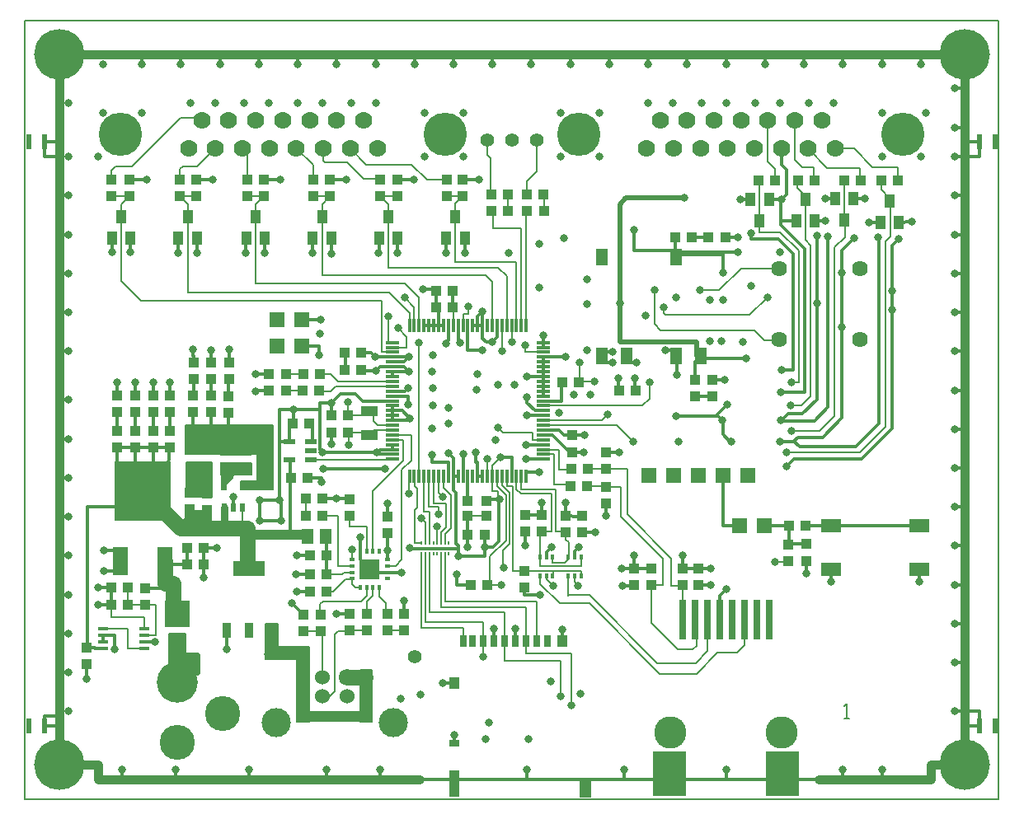
<source format=gbr>
%FSLAX36Y36*%
%MOMM*%
G04 EasyPC Gerber Version 18.0.8 Build 3632 *
%ADD88R,0.25000X0.40000*%
%ADD27R,0.30000X1.47500*%
%ADD92R,0.40000X0.50000*%
%ADD93R,0.40000X0.60000*%
%ADD73R,0.50800X0.96520*%
%ADD107R,0.60000X1.50000*%
%ADD83R,0.70000X1.20000*%
%ADD103R,0.76000X4.18000*%
%ADD80R,0.95000X1.60000*%
%ADD25R,1.00000X1.10000*%
%ADD84R,1.00000X1.20000*%
%ADD106R,1.00000X1.40000*%
%ADD85R,1.00000X2.80000*%
%ADD74R,1.20000X1.80000*%
%ADD96R,1.30000X1.50000*%
%ADD87R,1.30000X1.90000*%
%ADD78R,1.60000X3.00000*%
%ADD76R,2.54000X2.67000*%
%ADD104R,3.42000X4.58000*%
%ADD79R,5.80000X6.20000*%
%ADD97R,1.52400X1.52400*%
%ADD95R,2.10000X2.10000*%
%ADD17C,0.12700*%
%ADD18C,0.15000*%
%ADD141C,0.20830*%
%ADD112C,0.30000*%
%ADD117C,0.50000*%
%ADD22C,0.63500*%
%ADD115C,0.75000*%
%ADD24C,0.81280*%
%ADD113C,0.90000*%
%ADD116C,1.00000*%
%ADD109C,1.39000*%
%ADD111C,1.42240*%
%ADD99C,1.52400*%
%ADD114C,1.60000*%
%ADD29C,1.62400*%
%ADD98C,1.72000*%
%ADD90C,1.77800*%
%ADD100C,3.00000*%
%ADD105C,3.31000*%
%ADD101C,3.60000*%
%ADD102C,4.20000*%
%ADD91C,4.44500*%
%ADD23C,5.20000*%
%ADD28R,1.47500X0.30000*%
%ADD75R,1.11760X0.38100*%
%ADD94R,0.60000X0.40000*%
%ADD89R,3.00000X0.45000*%
%ADD108R,1.16840X0.50800*%
%ADD77R,1.27000X0.76200*%
%ADD86R,1.00000X0.80000*%
%ADD26R,1.10000X1.00000*%
%ADD72R,1.80000X1.00000*%
%ADD110R,2.10000X1.40000*%
%ADD82R,3.20040X1.44780*%
%ADD81R,3.20000X1.60000*%
X0Y0D02*
D02*
D17*
X42104200Y3347700D02*
X142104200D01*
Y83347700*
X42104200*
Y3347700*
X56879200Y20297700D02*
Y17872700D01*
X58554200*
Y20297700*
X56879200*
G36*
Y17872700*
X58554200*
Y20297700*
X56879200*
G37*
X58629200Y38772700D02*
X67504200D01*
Y41672700*
X67295400Y41722700*
X58629200*
Y38772700*
G36*
X67504200*
Y41672700*
X67295400Y41722700*
X58629200*
Y38772700*
G37*
X59004200Y35284200D02*
Y35665200D01*
X59104200Y36004800D02*
Y35623800D01*
Y36690600D02*
Y37071600D01*
X59440700Y34797700D02*
X59821700D01*
X59447100Y36347700D02*
X59828100D01*
X60367700Y34747700D02*
X59986700D01*
X60486700Y36080200D02*
X60217300Y35810800D01*
X60486700Y36565200D02*
X60217300Y36834600D01*
X60804200Y35234200D02*
Y35615200D01*
X60971700Y36080200D02*
X61241100Y35810800D01*
X60971700Y36565200D02*
X61241100Y36834600D01*
X61229200Y32972700D02*
X58606200D01*
Y31822700*
X61229200*
Y32972700*
G36*
X58606200*
Y31822700*
X61229200*
Y32972700*
G37*
X61256200Y37947700D02*
X58633200D01*
Y34360700*
X61256200*
Y37947700*
G36*
X58633200*
Y34360700*
X61256200*
Y37947700*
G37*
X62329200Y37872700D02*
G75*
G02X62329300Y37713500I-8050400J-84700D01*
G01*
Y35658500*
G75*
G02X62331300Y35608500I-624600J-50000*
G01*
Y35160000*
X62754200*
Y35655100*
X63438200Y36374300*
Y36715300*
X63466600Y36624900*
Y36659500*
X65354200*
Y37872700*
X62329200*
G36*
G75*
G02X62329300Y37713500I-8050400J-84700*
G01*
Y35658500*
G75*
G02X62331300Y35608500I-624600J-50000*
G01*
Y35160000*
X62754200*
Y35655100*
X63438200Y36374300*
Y36715300*
X63466600Y36624900*
Y36659500*
X65354200*
Y37872700*
X62329200*
G37*
X64257400Y35972700D02*
Y35172700D01*
X66504200*
X67529200Y35165500*
Y41722700*
X65979200*
Y38147800*
G75*
G02X65991600Y37901300I-595500J-153500*
G01*
Y36518700*
G75*
G02Y36272200I-601700J-123200*
G01*
Y36016500*
X66350400*
G75*
G02X65974800Y35972700I-253700J542800*
G01*
X64257400*
G36*
Y35172700*
X66504200*
X67529200Y35165500*
Y41722700*
X65979200*
Y38147800*
G75*
G02X65991600Y37901300I-595500J-153500*
G01*
Y36518700*
G75*
G02Y36272200I-601700J-123200*
G01*
Y36016500*
X66350400*
G75*
G02X65974800Y35972700I-253700J542800*
G01*
X64257400*
G37*
X66804200Y18947700D02*
Y17747700D01*
X71254200*
Y18947700*
X66804200*
G36*
Y17747700*
X71254200*
Y18947700*
X66804200*
G37*
X66904200Y17747700D02*
X68079200Y17838100D01*
Y21347700*
X66804200*
Y17747700*
X66904200*
G36*
X68079200Y17838100*
Y21347700*
X66804200*
Y17747700*
X66904200*
G37*
X70204200Y11897700D02*
G75*
G02X70267800Y11315600I-1757500J-486500D01*
G01*
X77479200*
Y12322700*
X70204200*
Y11897700*
G36*
G75*
G02X70267800Y11315600I-1757500J-486500*
G01*
X77479200*
Y12322700*
X70204200*
Y11897700*
G37*
X71254200Y18847700D02*
X70054200D01*
Y11297700*
X71254200*
Y18847700*
G36*
X70054200*
Y11297700*
X71254200*
Y18847700*
G37*
X77754200Y11297700D02*
Y16597700D01*
X76554200*
Y11297700*
X77754200*
G36*
Y16597700*
X76554200*
Y11297700*
X77754200*
G37*
D02*
D18*
X50083300Y20797700D02*
X52629200D01*
Y18847700*
X54325100*
X50929200Y23272700D02*
Y22047700D01*
X54325100*
Y20797700*
X51004200Y65247700D02*
X52804200D01*
X51004200Y66947700D02*
Y67947700D01*
X51404200Y68347700*
X53104200*
X58104200Y73347700*
X59971200*
X60271200Y73047700*
X51579200Y37872700D02*
X54189200Y35262700D01*
Y35002700*
X51579200Y43047700D02*
X51554200Y43072700D01*
X52004200Y63197700D02*
Y64447700D01*
X52904200Y65247700*
X52804200*
X52629200Y25047700D02*
Y23272700D01*
X53404200Y36437700D02*
X54189200Y35652700D01*
Y35002700*
X53589200D02*
X54189200D01*
X54429200Y23322700D02*
Y23272700D01*
X52629200*
X54429200Y23322700D02*
X55529200D01*
Y20147700*
X54325100*
X55229200Y39472700D02*
X55254200Y39447700D01*
Y36467700D02*
X54189200Y35402700D01*
Y35002700*
X56904200Y38167700D02*
X54189200Y35452700D01*
Y35002700*
X56929200Y39447700D02*
X56954200Y39472700D01*
X57704200Y22372700D02*
X57404200D01*
Y25022700*
X58004200Y65247700D02*
X59704200D01*
X58004200Y66947700D02*
Y68047700D01*
X58304200Y68347700*
X59801000*
X61656200Y70202900*
X58404200Y31147700D02*
Y32122700D01*
X59004200*
Y33097700*
X58529200Y31147700D02*
X58044200D01*
X58804200Y63197700D02*
Y55347700D01*
X79504200*
X81604200Y53247700*
Y52060700*
X81579200Y52035700*
Y51985700*
X58804200Y63197700D02*
Y64447700D01*
X58004200Y65247700*
X59379200Y44772700D02*
Y45072700D01*
X59429200Y45122700*
Y46472700D02*
X59404200Y46497700D01*
Y46522700*
X59929200Y39247700D02*
X60354200D01*
Y40847700*
X60804200*
X59929200Y39247700D02*
Y39872700D01*
X62004200Y40622700*
X60804200Y31147700D02*
Y33047700D01*
X61179200Y46497700D02*
X61204200Y46522700D01*
X61229200*
X61204200Y41522700D02*
X62554200D01*
Y41622700*
X61204200Y44772700D02*
X61179200D01*
X62551700Y35591100D02*
Y36079200D01*
X63754200Y37281700*
X63004200Y46497700D02*
X63029200Y46522700D01*
X63054200*
X63029200Y44722700D02*
X63004200D01*
X63854200Y40972700D02*
X62529200Y40797700D01*
X64456700Y33254300D02*
Y31370200D01*
X64979200Y30847700*
X64904200Y65247700D02*
X66604200D01*
X64904200Y66947700D02*
Y69724900D01*
X64426200Y70202900*
X64979200Y30847700D02*
X62551700D01*
X65104200Y27047700D02*
Y27172700D01*
X64979200*
X65779200Y63197700D02*
Y64422700D01*
X66604200Y65247700*
X66304200Y40872700D02*
X64979200Y40997700D01*
X65029200*
Y40797700*
X67076200Y39741800D02*
X66679200Y39897700D01*
X67529200Y37032900D02*
X67129200D01*
Y37072700*
X66629200*
X69304200Y30297700D02*
X71079200D01*
X70629200Y45272700D02*
X68879200D01*
X70654200Y20597700D02*
X72454200D01*
X70654200Y46997700D02*
X68879200D01*
X70954200Y34197700D02*
Y32397700D01*
X71079200Y30297700D02*
Y30472700D01*
X71421000Y38197700D02*
Y38222700D01*
X78904200*
X78916200Y38210700*
X79804200*
X79841200Y38247700*
X71421000Y40097700D02*
X71604200D01*
Y41664500D02*
X71254200Y41922700D01*
X71704200Y66947700D02*
Y68464900D01*
X69966200Y70202900*
X72604200Y63197700D02*
Y64447700D01*
X73404200Y65247700*
X72654200Y32397700D02*
X74279200D01*
Y27272700*
X75654200*
X72681200Y13872700D02*
X73379200D01*
X73929200Y14422700*
Y20222700*
X74279200Y20572700*
X75329200*
X75404200Y20647700*
X72681200Y15872700D02*
Y20370700D01*
X72454200Y20597700*
X72736200Y70202900D02*
Y68915700D01*
X72904200Y68747700*
X75204200*
X76904200Y67047700*
X78204200*
X78304200Y66947700*
X78604200*
X72979200Y30297700D02*
X73054200D01*
Y26397700D02*
X74654200D01*
X74854200Y26597700*
X75629200*
X75654200Y26622700*
X73079200Y24672700D02*
X73729200D01*
X75004200Y25947700*
X75629200*
X75654200Y25972700*
X73404200Y65247700D02*
X71704200D01*
X74104200Y34197700D02*
X74054200D01*
X74954200Y49172700D02*
X75004200D01*
Y47447700D02*
X74954200D01*
X75279200Y42772700D02*
Y44097700D01*
Y42772700D02*
X76979200D01*
X77429200Y43222700*
X75304200Y40997700D02*
X77154200D01*
X77429200Y40722700*
X75354200Y39722700D02*
Y40947700D01*
X75304200Y40997700*
X75404200Y20647700D02*
X77154200D01*
X77204200Y20697700*
X75654200Y25972700D02*
Y25397700D01*
X76004200Y25047700*
X76479200*
X76529200Y25097700*
X75654200Y27922700D02*
Y28997700D01*
X77179200Y25097700D02*
Y24197700D01*
X76629200Y23647700*
X72704200*
X72404200Y23347700*
Y22347700*
X72454200Y22297700*
X77179200Y28797700D02*
Y31347700D01*
X75429200*
Y32447700*
X77204200Y22397700D02*
Y23597700D01*
X77829200Y24222700*
Y25097700*
X78479200D02*
Y24147700D01*
X79179200Y23447700*
Y22522700*
X79304200Y22397700*
X78604200Y65247700D02*
X80304200D01*
X79304200Y20697700D02*
X81054200D01*
X79404200Y63197700D02*
Y64447700D01*
X78604200Y65247700*
X79841200Y40247700D02*
X80979200D01*
Y38122700*
X77829200Y34972700*
Y28797700*
X79841200Y40747700D02*
X81804200D01*
Y38147700*
X80804200Y37147700*
Y27922700*
X80179200Y27297700*
X79379200*
X79354200Y27272700*
X79841200Y41247700D02*
X77904200D01*
X77379200Y40722700*
X77429200*
X79841200Y41747700D02*
X78304200D01*
X77879200Y42172700*
Y42772700*
X77429200Y43222700*
X79841200Y45747700D02*
X74029200D01*
X73529200Y45247700*
X72479200*
X72454200Y45272700*
X72329200*
X79841200Y46247700D02*
X74229200D01*
X73454200Y47022700*
X72379200*
X72354200Y46997700*
X79841200Y49247700D02*
X78704200D01*
Y54547700*
X54006000*
X52004200Y56549500*
Y63197700*
X79841200Y50247700D02*
X79454200D01*
Y52947700*
X80354200Y60997700D02*
Y60247700D01*
X80304200*
X80404200Y51747700D02*
Y51722700D01*
X81279200Y50847700*
Y49747700*
X79841200*
X81104200Y54847700D02*
X82079200Y53872700D01*
Y51985700*
X81554200Y34747700D02*
Y36484700D01*
X81579200Y36509700*
X82079200D02*
X82104200D01*
Y35472700*
X82354200Y35222700*
Y33247700*
X82104200Y32997700*
Y29622700*
X82803700*
X82832200Y29651200*
X82079200Y51985700D02*
Y52647700D01*
X82579200Y36509700D02*
X82554200D01*
Y50247700*
X82579200*
Y51985700D02*
Y54872700D01*
X81104200Y56347700*
X65804200*
Y63122700*
X65779200Y63147700*
Y63197700*
X82832200Y28501200D02*
Y20913700D01*
X87117700*
Y19547700*
X83232200Y28501200D02*
Y21502700D01*
X89167700*
Y19547700*
X83232200Y29651200D02*
Y31719700D01*
X82804200Y32147700*
X83232200Y29651200D02*
X83229200D01*
X83579200Y36509700D02*
Y33347700D01*
X84604200*
Y32647700*
X83632200Y28501200D02*
Y22522700D01*
X91367700*
Y19547700*
X83632200Y29651200D02*
Y32847700D01*
X83079200*
Y36509700*
X84054200Y36272700D02*
Y36484700D01*
X84079200Y36509700*
X84432200Y29651200D02*
Y31297700D01*
X84579200Y36509700D02*
Y34822700D01*
X84979200Y34422700*
X84832200Y28501200D02*
Y23047700D01*
X93567700*
Y19547700*
X84832200Y29651200D02*
Y30750700D01*
X85329200Y31247700*
Y33747700*
X84079200*
Y36509700*
X85232200Y28501200D02*
Y23622700D01*
X94667700*
Y19547700*
X85232200Y29651200D02*
Y30547700D01*
X85829200Y31144700*
Y34572700*
X85104200Y35297700*
Y36484700*
X85079200Y36509700*
X85404200Y65247700D02*
X87004200D01*
X85404200Y66947700D02*
X83404200D01*
X81804200Y68547700*
X77161400*
X75506200Y70202900*
X86079200Y51985700D02*
Y53872700D01*
X86054200*
X86304200Y63197700D02*
Y58547700D01*
X92579200*
Y51985700*
X86304200Y63197700D02*
Y64547700D01*
X87004200Y65247700*
X86404200Y26397700D02*
X86429200D01*
X87079200Y51985700D02*
Y53147700D01*
X87604200*
Y53947700*
X87574200Y51985700D02*
X87579200D01*
X89167700Y19547700D02*
Y17972700D01*
X89479200Y32472700D02*
X87579200D01*
X89577800Y71047700D02*
Y69549100D01*
X89904200Y69222700*
Y65547700*
X89979200Y65472700*
X89579200Y36509700D02*
Y38247700D01*
X90079200Y36509700D02*
Y34997700D01*
X90654200*
Y34347700*
X90829200Y34172700*
X90079200Y36509700D02*
Y37622700D01*
X90904200Y38447700*
X90079200Y51985700D02*
Y56497700D01*
X89429200Y57147700*
X72604200*
Y63197700*
X90579200Y36509700D02*
Y35497700D01*
X91504200Y34572700*
Y29922700*
X89829200Y28247700*
Y25597700*
X89579200Y25347700*
X90979200D02*
X89579200D01*
X91079200Y36509700D02*
Y35597700D01*
X91879200Y34797700*
X91079200Y51985700D02*
Y49397700D01*
X91367700Y19547700D02*
Y17572700D01*
X97104200*
Y13922700*
X91579200Y36509700D02*
X91554200D01*
X91579200Y51985700D02*
Y57047700D01*
X90679200Y57947700*
X79404200*
Y63197700*
X91679200Y63722700D02*
Y65472700D01*
X91879200Y34797700D02*
Y29547700D01*
X91204200Y28872700*
Y27147700*
X91229200Y27122700*
X92079200Y51985700D02*
Y50297700D01*
X92579200Y36509700D02*
Y35147700D01*
X93029200Y34697700*
X96204200*
Y30847700*
X95254200*
X95204200Y30797700*
X93079200Y36509700D02*
Y35172700D01*
X96579200*
Y30847700*
X97654200*
Y30747700*
X93079200Y51985700D02*
Y61997700D01*
X90204200*
Y63497700*
X89979200Y63722700*
X93354200Y26747700D02*
X92229200D01*
Y35522700*
X91579200*
Y36509700*
X93354200Y26747700D02*
X96229200D01*
X93567700Y19547700D02*
Y18272700D01*
X98204200*
Y12997700*
X93579200Y51985700D02*
Y63472700D01*
X93679200Y63572700*
Y63722700*
X94657800Y71047700D02*
Y67822700D01*
X93654200Y66819100*
Y65472700*
X95004200Y26272700D02*
X95029200D01*
Y25447700*
X97054200Y23422700*
X100054200*
X107254200Y16222700*
X111054200*
X113229200Y18397700*
X115229200*
X116004200Y19172700*
Y21746200*
X116002700Y21747700*
X95004200Y28172700D02*
Y27297700D01*
X99204200*
Y28172700*
X95204200Y30797700D02*
X95004200D01*
Y28172700*
X95317200Y38747700D02*
X96454200D01*
Y35672700*
X97979200*
X98154200Y35497700*
X95317200Y39247700D02*
X96979200D01*
Y37197700*
X98129200*
X98179200Y37247700*
X95317200Y40247700D02*
X94229200D01*
Y41022700*
X91204200*
X90704200Y41522700*
X95317200Y41747700D02*
X102879200D01*
X104554200Y40072700*
X95317200Y42247700D02*
X101379200D01*
X101954200Y42822700*
X95317200Y49247700D02*
X93504200D01*
Y49947700*
X95379200Y63722700D02*
Y65447700D01*
X95354200Y65472700*
X95654200Y26272700D02*
Y25922700D01*
X96329200Y25247700*
X96229200Y26747700D02*
X99204200D01*
Y26272700*
X96229200Y26747700D02*
X96329200D01*
Y26297700*
X96304200Y26272700*
Y28172700D02*
Y27647700D01*
X97529200*
X97929200Y28047700*
X97904200*
Y28172700*
X97179200Y45722700D02*
X97254200Y45797700D01*
Y46122700*
X97654200Y30747700D02*
Y29997700D01*
X97929200Y29722700*
Y28172700*
X97904200*
Y26272700D02*
Y24247700D01*
X97954200Y24297700*
X100054200*
X107029200Y17322700*
X111004200*
X112204200Y18522700*
Y21642700*
X112192700Y21654200*
Y21747700*
X98254200Y38997700D02*
X98029200D01*
X98554200Y26272700D02*
Y25647700D01*
X98929200Y25272700*
X98954200Y46122700D02*
X99029200D01*
Y48172700*
Y32347700D02*
X99329200Y32472700D01*
X99854200Y35497700D02*
X101729200D01*
X101804200Y35422700*
X99879200Y37247700D02*
X101779200D01*
X101804200Y37222700*
X100554200Y46222700D02*
X99054200D01*
X98954200Y46122700*
X101804200Y35422700D02*
X103254200D01*
Y32372700*
X107604200Y28022700*
Y25297700*
X106479200*
X106429200Y25347700*
X101804200Y37222700D02*
X103929200D01*
Y32572700*
X108479200Y28022700*
Y25272700*
X109554200*
X109629200Y25347700*
X104754200Y45397700D02*
X104804200Y45347700D01*
X106279200Y46122700D02*
Y44497700D01*
X105529200Y43747700*
X95317200*
X106429200Y25347700D02*
Y21397700D01*
X109129200Y18697700*
X110654200*
X111054200Y19097700*
Y21616200*
X110922700Y21747700*
X106729200Y55597700D02*
Y52172700D01*
X107379200Y51522700*
X116979200*
X118029200Y50472700*
X119579200*
Y50597700*
X108699200Y59722700D02*
X108924200Y59497700D01*
Y59047700*
X108879200Y59092700D02*
X108924200Y59047700D01*
X109004200*
Y59547700*
X108924200Y59047700D02*
Y59322700D01*
X109629200Y25347700D02*
Y21771200D01*
X109652700Y21747700*
X110929200Y48312700D02*
X111464200Y48847700D01*
X111229200Y27047700D02*
X111279200Y26997700D01*
X111464200Y48847700D02*
X111104200D01*
X113779200Y35132700D02*
X113764200Y35147700D01*
X117554200Y62747700D02*
Y66922700D01*
X117404200*
X118329200Y54897700D02*
X116529200Y53097700D01*
X107904200*
X107704200Y53297700*
Y53822700*
X119104200Y66922700D02*
Y68072700D01*
X118354200Y68822700*
Y73004700*
X118397200Y73047700*
X119579200Y57847700D02*
X115654200D01*
X113404200Y55597700*
X111454200*
X120304200Y38972700D02*
X127829200D01*
X130429200Y41572700*
Y60597700*
X130979200Y61147700*
Y64797700*
X130879200*
X120504200Y27797700D02*
Y27672700D01*
X119154200*
X120529200Y29522700D02*
X120504200Y29497700D01*
X120529200Y29522700D02*
X120504200Y29497700D01*
X120829200Y41172700D02*
X123704200D01*
X125229200Y42697700*
Y60022700*
X126279200Y61072700*
Y62747700*
X126229200Y62797700*
X120829200Y46147700D02*
X121554200D01*
Y59672700*
X119654200Y61572700*
X117529200*
Y62722700*
X117554200Y62747700*
X121167200Y73047700D02*
Y69034700D01*
X121954200Y68247700*
X123104200*
Y66972700*
X123179200Y66897700*
X122279200Y64947700D02*
X122229200D01*
Y60772700*
X122754200Y60247700*
Y44722700*
X121804200Y43772700*
X120704200*
X122279200Y64947700D02*
Y65247700D01*
X121429200Y66097700*
Y66847700*
X121479200Y66897700*
X122552200Y70202900D02*
X122654200D01*
Y70024700*
X124481200Y68197700*
X127854200*
Y66947700*
X127904200Y66897700*
X125322200Y70202900D02*
X127224000D01*
X129154200Y68272700*
X131754200*
Y66947700*
X131729200Y66922700*
X126229200Y62797700D02*
Y66872700D01*
X126204200Y66897700*
X130879200Y64797700D02*
Y65072700D01*
X130004200Y65947700*
Y66897700*
X130029200Y66922700*
D02*
D22*
X57129200Y18072700D02*
Y16375300D01*
X59804200*
Y18072700*
X57129200*
G36*
Y16375300*
X59804200*
Y18072700*
X57129200*
G37*
D02*
D23*
X45604200Y6847700D03*
Y79847700D03*
X138604200Y6847700D03*
Y79847700D03*
D02*
D24*
X45604200Y10847700D03*
Y14347700D03*
Y18347700D03*
Y22347700D03*
Y26347700D03*
Y30347700D03*
Y34347700D03*
Y38347700D03*
Y42347700D03*
Y47347700D03*
Y51347700D03*
Y55347700D03*
Y59347700D03*
Y63347700D03*
Y67347700D03*
Y70847700D03*
Y76347700D03*
X46604200Y12347700D03*
Y16347700D03*
Y20347700D03*
Y24347700D03*
Y28347700D03*
Y32347700D03*
Y36347700D03*
Y40347700D03*
Y44347700D03*
Y49347700D03*
Y53347700D03*
Y57347700D03*
Y61347700D03*
Y65347700D03*
Y69347700D03*
Y74847700D03*
X48454200Y15697700D03*
X49579200Y23272700D03*
Y25047700D03*
X49604200Y69347700D03*
X50104200Y73847700D03*
Y78847700D03*
X50179200Y26797700D03*
X50204200Y28847700D03*
X51054200Y59547700D03*
X51304200Y18747700D03*
X51554200Y46172700D03*
X52104200Y6347700D03*
Y79847700D03*
X52954200Y59547700D03*
X53404200Y46147700D03*
X54104200Y73847700D03*
Y78847700D03*
X54604200Y66947700D03*
X55104200Y5347700D03*
X55254200Y46147700D03*
X55479200Y19497700D03*
X56104200Y79847700D03*
X56954200Y46147700D03*
X57604200Y6347700D03*
X57804200Y59447700D03*
X58104200Y78847700D03*
X59104200Y36197700D03*
Y74847700D03*
X59154200Y40872700D03*
X59354200Y49522700D03*
X59754200Y59447700D03*
X60104200Y5347700D03*
Y79847700D03*
X60454200Y26122700D03*
X60729200Y36147700D03*
X60804200Y40847700D03*
X61229200Y49497700D03*
X61404200Y66947700D03*
X61604200Y74847700D03*
X61779200Y29122700D03*
X62104200Y78847700D03*
X62529200Y40797700D03*
X62804200Y18747700D03*
X63054200Y49522700D03*
X63504200Y34422700D03*
X64104200Y79847700D03*
X64604200Y74847700D03*
X64804200Y59447700D03*
X65029200Y40797700D03*
X65104200Y6347700D03*
X65779200Y45247700D03*
Y46997700D03*
X66104200Y78847700D03*
X66204200Y31897700D03*
Y34072700D03*
X66629200Y37072700D03*
X66679200Y39897700D03*
X66729200Y59447700D03*
X67104200Y74847700D03*
X68104200Y79847700D03*
X68229200Y34072700D03*
X68304200Y66947700D03*
X68379200Y31897700D03*
X69504200Y23422700D03*
X69654200Y43372700D03*
X69929200Y26397700D03*
X69979200Y24672700D03*
X70029200Y28372700D03*
X70104200Y5347700D03*
Y74847700D03*
Y78847700D03*
X71604200Y59447700D03*
X72104200Y79847700D03*
X72329200Y48922700D03*
X72429200Y51147700D03*
X72454200Y52597700D03*
X72579200Y35947700D03*
X72604200Y74847700D03*
X72679200Y38947700D03*
X72704200Y37297700D03*
X73104200Y6347700D03*
X73554200Y59347700D03*
X73579200Y44072700D03*
X73604200Y39772700D03*
X74054200Y34197700D03*
X74104200Y22347700D03*
Y78847700D03*
X75104200Y66947700D03*
X75279200Y44097700D03*
X75354200Y39722700D03*
X75604200Y74847700D03*
X75654200Y28997700D03*
X76104200Y5347700D03*
Y79847700D03*
X76529200Y30247700D03*
X78054200Y48747700D03*
X78104200Y74847700D03*
Y78847700D03*
X78154200Y47347700D03*
X78254200Y38947700D03*
X78404200Y59447700D03*
X78604200Y6347700D03*
X79079200Y37297700D03*
X79354200Y28847700D03*
Y33747700D03*
X79454200Y52947700D03*
X80104200Y79847700D03*
X80304200Y59447700D03*
X80404200Y51747700D03*
X80704200Y13647700D03*
X80804200Y26622700D03*
X81054200Y23747700D03*
X81104200Y54847700D03*
X81479200Y43847700D03*
Y45597700D03*
X81504200Y47247700D03*
X81529200Y48747700D03*
X81554200Y34747700D03*
X81629200Y29097700D03*
X81654200Y42422700D03*
X82004200Y66947700D03*
X82104200Y78847700D03*
X82579200Y50247700D03*
X82704200Y14047700D03*
X82804200Y32147700D03*
X82979200Y55722700D03*
X83104200Y69347700D03*
Y73847700D03*
X83879200Y38722700D03*
Y41397700D03*
X83929200Y47247700D03*
X83954200Y48922700D03*
X83979200Y43822700D03*
Y45522700D03*
X84104200Y79847700D03*
X84432200Y31297700D03*
X84604200Y32647700D03*
X84979200Y15247700D03*
Y34422700D03*
X85304200Y50172700D03*
X85354200Y59447700D03*
X85554200Y38847700D03*
X85579200Y41897700D03*
Y43547700D03*
X86104200Y78847700D03*
X86204200Y9947700D03*
X86429200Y26397700D03*
X86579200Y28272700D03*
X86754200Y50197700D03*
X87104200Y38822700D03*
Y69347700D03*
Y73847700D03*
X87254200Y59447700D03*
X87579200Y29247700D03*
X87604200Y53947700D03*
X88429200Y38922700D03*
X88504200Y45372700D03*
X88529200Y46997700D03*
X88704200Y66947700D03*
X89029200Y49497700D03*
X89079200Y53447700D03*
X89167700Y17972700D03*
X89279200Y29197700D03*
X89404200Y9472700D03*
X89579200Y38247700D03*
X89729200Y11222700D03*
X90079200Y50322700D03*
X90104200Y78847700D03*
X90279200Y20797700D03*
X90429200Y40222700D03*
X90679200Y45922700D03*
X90704200Y41522700D03*
X90829200Y34172700D03*
X90904200Y38447700D03*
X90979200Y25347700D03*
X91079200Y49397700D03*
X91229200Y27122700D03*
X91804200Y59447700D03*
X92079200Y50297700D03*
X92104200Y79847700D03*
X92404200Y45922700D03*
X92467700Y20797700D03*
X93504200Y29422700D03*
Y49947700D03*
X93579200Y38247700D03*
Y39747700D03*
X93604200Y6347700D03*
X93629200Y44597700D03*
X93654200Y42747700D03*
X93679200Y46747700D03*
X93779200Y9472700D03*
X94104200Y78847700D03*
X94879200Y36922700D03*
X94904200Y55872700D03*
Y60397700D03*
X94979200Y24297700D03*
X95204200Y33822700D03*
X95317200Y50947700D03*
X96129200Y15397700D03*
X96154200Y29222700D03*
X96329200Y25247700D03*
X96954200Y43022700D03*
X97104200Y13922700D03*
Y69347700D03*
Y73847700D03*
X97304200Y20772700D03*
X97454200Y60972700D03*
X97654200Y33822700D03*
Y48747700D03*
X98104200Y78847700D03*
X98204200Y12997700D03*
X98454200Y44872700D03*
X98929200Y25272700D03*
X99004200Y29247700D03*
X99029200Y48172700D03*
X99104200Y14122700D03*
X99504200Y38997700D03*
X99529200Y40697700D03*
X99779200Y54197700D03*
X99804200Y49422700D03*
X99854200Y56747700D03*
X100104200Y79847700D03*
X100154200Y44922700D03*
X100554200Y46222700D03*
X100629200Y30747700D03*
X101104200Y69347700D03*
Y73847700D03*
X101804200Y32397700D03*
X101954200Y42822700D03*
X102104200Y78847700D03*
X102429200Y49322700D03*
X102454200Y48197700D03*
X103079200Y46597700D03*
X103129200Y38922700D03*
X103179200Y54272700D03*
X103354200Y27047700D03*
X103429200Y25272700D03*
X103604200Y6347700D03*
X104104200Y79847700D03*
X104554200Y40072700D03*
X104629200Y61797700D03*
X104679200Y28397700D03*
X104754200Y46572700D03*
X104904200Y48222700D03*
X105829200Y52972700D03*
X106104200Y74847700D03*
Y78847700D03*
X106279200Y46122700D03*
X106729200Y55597700D03*
X107704200Y53822700D03*
X107879200Y49447700D03*
X108104200Y79847700D03*
X108604200Y74847700D03*
X108929200Y42722700D03*
Y54897700D03*
X109054200Y46947700D03*
X109254200Y40072700D03*
X109629200Y28372700D03*
X109829200Y65097700D03*
X110104200Y78847700D03*
X111454200Y55597700D03*
X111604200Y74847700D03*
X112104200Y79847700D03*
X112404200Y50347700D03*
X112429200Y54597700D03*
X112529200Y25347700D03*
Y26997700D03*
X113629200Y50372700D03*
X113729200Y42272700D03*
X113754200Y54597700D03*
Y57397700D03*
X113979200Y46397700D03*
X114104200Y6347700D03*
Y74847700D03*
Y78847700D03*
X114154200Y24897700D03*
X114204200Y43897700D03*
X114654200Y40097700D03*
X115329200Y61047700D03*
X115354200Y59547700D03*
X115554200Y64947700D03*
X115804200Y50322700D03*
X116104200Y79847700D03*
X116154200Y48597700D03*
X116704200Y56047700D03*
Y61472700D03*
X117104200Y74847700D03*
X118104200Y78847700D03*
X118329200Y54897700D03*
X119154200Y27672700D03*
X119604200Y40097700D03*
Y74847700D03*
X119654200Y59522700D03*
X119729200Y42297700D03*
Y45172700D03*
X119804200Y47397700D03*
Y64947700D03*
X120104200Y79847700D03*
X120304200Y37497700D03*
Y38972700D03*
X120704200Y43772700D03*
X120829200Y41172700D03*
Y46147700D03*
X122104200Y78847700D03*
X122304200Y26522700D03*
X122604200Y74847700D03*
X123404200Y61197700D03*
X123429200Y54247700D03*
X123604200Y5347700D03*
X124104200Y79847700D03*
X124254200Y64997700D03*
X124279200Y62747700D03*
X124579200Y61172700D03*
X124854200Y25622700D03*
X125104200Y74847700D03*
X125979200Y51797700D03*
Y57397700D03*
X126104200Y6347700D03*
Y78847700D03*
X127279200Y60997700D03*
X128104200Y5347700D03*
Y79847700D03*
X128354200Y64997700D03*
X128779200Y62597700D03*
X129729200Y61047700D03*
X130104200Y6347700D03*
Y69347700D03*
Y73847700D03*
Y78847700D03*
X131154200Y53622700D03*
Y55547700D03*
X131854200Y60847700D03*
X132104200Y5347700D03*
Y79847700D03*
X133154200Y62622700D03*
X133954200Y25697700D03*
X134104200Y69347700D03*
Y78847700D03*
X134604200Y73847700D03*
X137604200Y12347700D03*
Y17347700D03*
Y21347700D03*
Y25347700D03*
Y29347700D03*
Y33347700D03*
Y37347700D03*
Y41347700D03*
Y45347700D03*
Y49347700D03*
Y53347700D03*
Y57347700D03*
Y61347700D03*
Y65347700D03*
Y69347700D03*
Y72347700D03*
Y76347700D03*
X138604200Y10847700D03*
Y15347700D03*
Y19347700D03*
Y23347700D03*
Y27347700D03*
Y31347700D03*
Y35347700D03*
Y39347700D03*
Y43347700D03*
Y47347700D03*
Y51347700D03*
Y55347700D03*
Y59347700D03*
Y63347700D03*
Y67347700D03*
Y70847700D03*
Y74347700D03*
D02*
D25*
X48454200Y17172700D03*
Y18872700D03*
X51004200Y65247700D03*
Y66947700D03*
X51554200Y43072700D03*
Y44772700D03*
X51579200Y39472700D03*
Y41172700D03*
X52804200Y65247700D03*
Y66947700D03*
X53404200Y39472700D03*
Y41172700D03*
Y43072700D03*
Y44772700D03*
X54429200Y23322700D03*
Y25022700D03*
X55254200Y39447700D03*
Y41147700D03*
Y43072700D03*
Y44772700D03*
X56954200Y39472700D03*
Y41172700D03*
Y43072700D03*
Y44772700D03*
X58004200Y65247700D03*
Y66947700D03*
X59004200Y33097700D03*
Y34797700D03*
X59379200Y43072700D03*
Y44772700D03*
X59404200Y46522700D03*
Y48222700D03*
X59704200Y65247700D03*
Y66947700D03*
X59929200Y37547700D03*
Y39247700D03*
X60804200Y33047700D03*
Y34747700D03*
X61204200Y43072700D03*
Y44772700D03*
X61229200Y46522700D03*
Y48222700D03*
X63029200Y43022700D03*
Y44722700D03*
X63054200Y46522700D03*
Y48222700D03*
X64904200Y65247700D03*
Y66947700D03*
X66604200Y65247700D03*
Y66947700D03*
X70654200Y20597700D03*
Y22297700D03*
X71704200Y65247700D03*
Y66947700D03*
X72454200Y20597700D03*
Y22297700D03*
X73404200Y65247700D03*
Y66947700D03*
X75404200Y20647700D03*
Y22347700D03*
X75429200Y32447700D03*
Y34147700D03*
X77204200Y20697700D03*
Y22397700D03*
X78604200Y65247700D03*
Y66947700D03*
X79304200Y20697700D03*
Y22397700D03*
X79354200Y30672700D03*
Y32372700D03*
X80304200Y65247700D03*
Y66947700D03*
X81054200Y20697700D03*
Y22397700D03*
X85404200Y65247700D03*
Y66947700D03*
X87004200Y65247700D03*
Y66947700D03*
X93354200Y25047700D03*
Y26747700D03*
X93479200Y30797700D03*
Y32497700D03*
X95204200Y30797700D03*
Y32497700D03*
X97654200Y30747700D03*
Y32447700D03*
X98254200Y38997700D03*
Y40697700D03*
X99329200Y30772700D03*
Y32472700D03*
X101804200Y33722700D03*
Y35422700D03*
Y37222700D03*
Y38922700D03*
X104679200Y25347700D03*
Y27047700D03*
X106429200Y25347700D03*
Y27047700D03*
X109629200Y25347700D03*
Y27047700D03*
X110929200Y44697700D03*
Y46397700D03*
X111279200Y25297700D03*
Y26997700D03*
X112654200Y44697700D03*
Y46397700D03*
X120504200Y27797700D03*
Y29497700D03*
X122304200Y27822700D03*
Y29522700D03*
D02*
D26*
X50929200Y23272700D03*
Y25047700D03*
X52629200Y23272700D03*
Y25047700D03*
X58729200Y27422700D03*
Y29122700D03*
X60429200Y27422700D03*
Y29122700D03*
X67179200Y45272700D03*
Y46997700D03*
X68879200Y45272700D03*
Y46997700D03*
X69429200Y36297700D03*
X69554200Y41922700D03*
X70629200Y45272700D03*
X70654200Y46997700D03*
X70954200Y32397700D03*
Y34197700D03*
X71129200Y36297700D03*
X71254200Y41922700D03*
X71354200Y26397700D03*
Y28372700D03*
X71379200Y24672700D03*
X72329200Y45272700D03*
X72354200Y46997700D03*
X72654200Y32397700D03*
Y34197700D03*
X73054200Y26397700D03*
Y28372700D03*
X73079200Y24672700D03*
X73579200Y42772700D03*
X73604200Y40997700D03*
X74954200Y47447700D03*
Y49172700D03*
X75279200Y42772700D03*
X75304200Y40997700D03*
X76654200Y47447700D03*
Y49172700D03*
X84354200Y53872700D03*
Y55572700D03*
X86054200Y53872700D03*
Y55572700D03*
X87579200Y30497700D03*
Y32472700D03*
Y33972700D03*
X87879200Y25347700D03*
X89279200Y30497700D03*
X89479200Y32472700D03*
Y33972700D03*
X89579200Y25347700D03*
X89979200Y63722700D03*
Y65472700D03*
X91679200Y63722700D03*
Y65472700D03*
X93654200D03*
X93679200Y63722700D03*
X95354200Y65472700D03*
X95379200Y63722700D03*
X97254200Y46122700D03*
X98154200Y35497700D03*
X98179200Y37247700D03*
X98954200Y46122700D03*
X99854200Y35497700D03*
X99879200Y37247700D03*
X103104200Y45347700D03*
X104804200D03*
X108879200Y61072700D03*
X110579200D03*
X112304200Y61047700D03*
X114004200D03*
X117404200Y66922700D03*
X119104200D03*
X120529200Y31422700D03*
X121479200Y66897700D03*
X122229200Y31422700D03*
X123179200Y66897700D03*
X126204200D03*
X127904200D03*
X130029200Y66922700D03*
X131729200D03*
D02*
D27*
X81579200Y36509700D03*
Y51985700D03*
X82079200Y36509700D03*
Y51985700D03*
X82579200Y36509700D03*
Y51985700D03*
X83079200Y36509700D03*
Y51985700D03*
X83579200Y36509700D03*
Y51985700D03*
X84079200Y36509700D03*
Y51985700D03*
X84579200Y36509700D03*
Y51985700D03*
X85079200Y36509700D03*
Y51985700D03*
X85579200Y36509700D03*
Y51985700D03*
X86079200Y36509700D03*
Y51985700D03*
X86579200Y36509700D03*
Y51985700D03*
X87079200Y36509700D03*
Y51985700D03*
X87579200Y36509700D03*
Y51985700D03*
X88079200Y36509700D03*
Y51985700D03*
X88579200Y36509700D03*
Y51985700D03*
X89079200Y36509700D03*
Y51985700D03*
X89579200Y36509700D03*
Y51985700D03*
X90079200Y36509700D03*
Y51985700D03*
X90579200Y36509700D03*
Y51985700D03*
X91079200Y36509700D03*
Y51985700D03*
X91579200Y36509700D03*
Y51985700D03*
X92079200Y36509700D03*
Y51985700D03*
X92579200Y36509700D03*
Y51985700D03*
X93079200Y36509700D03*
Y51985700D03*
X93579200Y36509700D03*
Y51985700D03*
D02*
D28*
X79841200Y38247700D03*
Y38747700D03*
Y39247700D03*
Y39747700D03*
Y40247700D03*
Y40747700D03*
Y41247700D03*
Y41747700D03*
Y42247700D03*
Y42747700D03*
Y43247700D03*
Y43747700D03*
Y44247700D03*
Y44747700D03*
Y45247700D03*
Y45747700D03*
Y46247700D03*
Y46747700D03*
Y47247700D03*
Y47747700D03*
Y48247700D03*
Y48747700D03*
Y49247700D03*
Y49747700D03*
Y50247700D03*
X95317200Y38247700D03*
Y38747700D03*
Y39247700D03*
Y39747700D03*
Y40247700D03*
Y40747700D03*
Y41247700D03*
Y41747700D03*
Y42247700D03*
Y42747700D03*
Y43247700D03*
Y43747700D03*
Y44247700D03*
Y44747700D03*
Y45247700D03*
Y45747700D03*
Y46247700D03*
Y46747700D03*
Y47247700D03*
Y47747700D03*
Y48247700D03*
Y48747700D03*
Y49247700D03*
Y49747700D03*
Y50247700D03*
D02*
D29*
X119579200Y50597700D03*
Y57847700D03*
X127829200Y50597700D03*
Y57847700D03*
D02*
D72*
X77429200Y40722700D03*
Y43222700D03*
D02*
D73*
X62551700Y33254300D03*
Y35591100D03*
X63504200Y33254300D03*
X64456700D03*
Y35591100D03*
D02*
D74*
X101304200Y48847700D03*
Y59047700D03*
X103844200Y48847700D03*
X108924200D03*
Y59047700D03*
X111464200Y48847700D03*
D02*
D75*
X50083300Y18847700D03*
Y19497700D03*
Y20147700D03*
Y20797700D03*
X54325100Y18847700D03*
Y19497700D03*
Y20147700D03*
Y20797700D03*
D02*
D76*
X57704200Y22372700D03*
D02*
D77*
Y20021700D03*
D02*
D78*
X51904200Y27822700D03*
X56474200D03*
D02*
D79*
X54189200Y35002700D03*
D02*
D80*
X62804200Y20647700D03*
X65104200D03*
X67404200D03*
D02*
D81*
X65104200Y27047700D03*
D02*
D82*
X63754200Y37281700D03*
Y39313700D03*
D02*
D83*
X87117700Y19547700D03*
X88067700D03*
X89167700D03*
X90267700D03*
X91367700D03*
X92467700D03*
X93567700D03*
X94667700D03*
X95767700D03*
D02*
D84*
X86167700Y15247700D03*
X97317700Y19547700D03*
D02*
D85*
X86167700Y4897700D03*
D02*
D86*
Y9047700D03*
D02*
D87*
X99667700Y4447700D03*
D02*
D88*
X82832200Y28501200D03*
Y29651200D03*
X83232200Y28501200D03*
Y29651200D03*
X83632200Y28501200D03*
Y29651200D03*
X84032200Y28501200D03*
Y29651200D03*
X84432200Y28501200D03*
Y29651200D03*
X84832200Y28501200D03*
Y29651200D03*
X85232200Y28501200D03*
Y29651200D03*
X85632200Y28501200D03*
Y29651200D03*
D02*
D89*
X84232200Y29076200D03*
D02*
D90*
X58886200Y70202900D03*
X60271200Y73047700D03*
X61656200Y70202900D03*
X63001000Y73047700D03*
X64426200Y70202900D03*
X65811200Y73047700D03*
X67196200Y70202900D03*
X68581200Y73047700D03*
X69966200Y70202900D03*
X71351200Y73047700D03*
X72736200Y70202900D03*
X74121200Y73047700D03*
X75506200Y70202900D03*
X76891200Y73047700D03*
X78276200Y70202900D03*
X105932200D03*
X107317200Y73047700D03*
X108702200Y70202900D03*
X110047000Y73047700D03*
X111472200Y70202900D03*
X112857200Y73047700D03*
X114242200Y70202900D03*
X115627200Y73047700D03*
X117012200Y70202900D03*
X118397200Y73047700D03*
X119782200Y70202900D03*
X121167200Y73047700D03*
X122552200Y70202900D03*
X123937200Y73047700D03*
X125322200Y70202900D03*
D02*
D91*
X51931200Y71625300D03*
X85231200D03*
X98977200D03*
X132277200D03*
D02*
D92*
X95004200Y26272700D03*
Y28172700D03*
X95654200Y26272700D03*
Y28172700D03*
X96304200Y26272700D03*
Y28172700D03*
X97904200Y26272700D03*
Y28172700D03*
X98554200Y26272700D03*
Y28172700D03*
X99204200Y26272700D03*
Y28172700D03*
D02*
D93*
X76529200Y25097700D03*
Y28797700D03*
X77179200Y25097700D03*
Y28797700D03*
X77829200Y25097700D03*
Y28797700D03*
X78479200Y25097700D03*
Y28797700D03*
D02*
D94*
X75654200Y25972700D03*
Y26622700D03*
Y27272700D03*
Y27922700D03*
X79354200Y25972700D03*
Y26622700D03*
Y27272700D03*
Y27922700D03*
D02*
D95*
X77504200Y26947700D03*
D02*
D96*
X71079200Y30297700D03*
X72979200D03*
D02*
D97*
X67954200Y49872700D03*
Y52547700D03*
X70494200Y49872700D03*
Y52547700D03*
X106144200Y36572700D03*
X108684200D03*
X111224200D03*
X113764200D03*
X115479200Y31422700D03*
X116304200Y36572700D03*
X118019200Y31422700D03*
D02*
D98*
X75181200Y15872700D03*
D02*
D99*
X72681200Y13872700D03*
Y15872700D03*
X75181200Y13872700D03*
D02*
D100*
X67911200Y11162700D03*
X79951200D03*
D02*
D101*
X57732600Y9122700D03*
X62432600Y12122700D03*
D02*
D102*
X57732600Y15322700D03*
D02*
D103*
X109652700Y21747700D03*
X110922700D03*
X112192700D03*
X113462700D03*
X114732700D03*
X116002700D03*
X117272700D03*
X118542700D03*
D02*
D104*
X108307700Y5897700D03*
X119887700D03*
D02*
D105*
X108382700Y10137700D03*
X119812700D03*
D02*
D106*
X51054200Y60997700D03*
X52004200Y63197700D03*
X52954200Y60997700D03*
X57854200D03*
X58804200Y63197700D03*
X59754200Y60997700D03*
X64829200D03*
X65779200Y63197700D03*
X66729200Y60997700D03*
X71654200D03*
X72604200Y63197700D03*
X73554200Y60997700D03*
X78454200D03*
X79404200Y63197700D03*
X80354200Y60997700D03*
X85354200D03*
X86304200Y63197700D03*
X87254200Y60997700D03*
X116604200Y64947700D03*
X117554200Y62747700D03*
X118504200Y64947700D03*
X121329200Y62747700D03*
X122279200Y64947700D03*
X123229200Y62747700D03*
X125279200Y64997700D03*
X126229200Y62797700D03*
X127179200Y64997700D03*
X129929200Y62597700D03*
X130879200Y64797700D03*
X131829200Y62597700D03*
D02*
D107*
X42513200Y10847700D03*
Y70847700D03*
X44113200Y10847700D03*
Y70847700D03*
X140107400Y10847700D03*
X140113600Y70847700D03*
X141707400Y10847700D03*
X141713600Y70847700D03*
D02*
D108*
X69287400Y38197700D03*
Y40097700D03*
X71421000Y38197700D03*
Y39147700D03*
Y40097700D03*
D02*
D109*
X89577800Y71047700D03*
X92117800D03*
X94657800D03*
D02*
D110*
X124854200Y26922700D03*
Y31422700D03*
X133954200Y26922700D03*
Y31422700D03*
D02*
D111*
X82104200Y17947700D03*
D02*
D112*
X44113200Y10847700D02*
X45604200D01*
X44113200Y70847700D02*
Y69347700D01*
X45604200*
X44113200Y70847700D02*
X45604200D01*
Y11847700D02*
X44104200D01*
X44113200Y10847700*
X45604200Y16347700D02*
X46604200D01*
X45604200Y20347700D02*
X46604200D01*
X45604200Y24347700D02*
X46604200D01*
X45604200Y28347700D02*
X46604200D01*
X45604200Y32347700D02*
X46604200D01*
X45604200Y36347700D02*
X46604200D01*
X45604200Y40347700D02*
X46604200D01*
X45604200Y44347700D02*
X46604200D01*
X45604200Y49347700D02*
X46604200D01*
X45604200Y53347700D02*
X46604200D01*
X45604200Y57347700D02*
X46604200D01*
X45604200Y61347700D02*
X46604200D01*
X45604200Y65347700D02*
X46604200D01*
X48454200Y17172700D02*
Y15697700D01*
Y18872700D02*
X49279200D01*
Y18847700*
X50083300*
Y20147700D02*
X51329200D01*
Y18747700*
X51304200*
X50083300Y20147700D02*
Y19497700D01*
X50929200Y23272700D02*
X49579200D01*
X50929200Y25047700D02*
X49579200D01*
X50929200D02*
Y23272700D01*
X51054200Y60997700D02*
Y59547700D01*
X51554200Y44772700D02*
Y46172700D01*
X51579200Y39472700D02*
X53404200D01*
X51579200D02*
Y37872700D01*
Y41172700D02*
Y43047700D01*
X51904200Y27822700D02*
Y28847700D01*
X50204200*
X51904200Y27822700D02*
X51629200D01*
Y26797700*
X50179200*
X52104200Y5347700D02*
Y6347700D01*
X52804200Y66947700D02*
X54604200D01*
X52954200Y60997700D02*
Y59547700D01*
X53404200Y39472700D02*
X55229200D01*
X53404200D02*
Y36437700D01*
Y41172700D02*
Y43072700D01*
Y44772700D02*
Y46147700D01*
X54104200Y79847700D02*
Y78847700D01*
X54189200Y35002700D02*
Y33347700D01*
X48479200*
Y18872700*
X48454200*
X54325100Y19497700D02*
X55479200D01*
X55254200Y39447700D02*
X56929200D01*
X55254200D02*
Y36467700D01*
Y41147700D02*
Y43072700D01*
Y44772700D02*
Y46147700D01*
X56954200Y39472700D02*
X56904200D01*
Y38167700*
X56954200Y41172700D02*
Y43072700D01*
Y44772700D02*
Y46147700D01*
X57404200Y25022700D02*
X54429200D01*
X57604200Y5347700D02*
Y6347700D01*
X57854200Y60997700D02*
Y59497700D01*
X57804200Y59447700*
X58104200Y79847700D02*
Y78847700D01*
X58729200Y27422700D02*
Y29122700D01*
Y27422700D02*
X56874200D01*
X56474200Y27822700*
X59004200Y34797700D02*
Y35572700D01*
X59104200*
Y36197700*
X59379200Y43072700D02*
Y41597700D01*
X60779200*
X59404200Y48222700D02*
Y48872700D01*
X59354200*
Y49522700*
X59429200Y45122700D02*
Y46472700D01*
X59704200Y66947700D02*
X61404200D01*
X59754200Y60997700D02*
Y59447700D01*
X59929200Y37547700D02*
X59854200D01*
Y37422700*
X59929200Y39247700D02*
X59154200Y40872700D01*
X60429200Y27422700D02*
Y29122700D01*
Y27422700D02*
X60454200D01*
Y26122700*
X60429200Y29122700D02*
X61779200D01*
X60804200Y34747700D02*
Y35547700D01*
X60729200*
Y36147700*
X61179200Y44772700D02*
Y46497700D01*
X61204200Y43072700D02*
Y41522700D01*
X61229200Y48222700D02*
Y49497700D01*
X62104200Y79847700D02*
Y78847700D01*
X62804200Y20647700D02*
Y18747700D01*
X63004200Y44722700D02*
Y46497700D01*
X63029200Y43022700D02*
Y41422700D01*
X64429200*
Y41597700*
X63054200Y48222700D02*
Y49522700D01*
X63504200Y33254300D02*
Y34422700D01*
X64804200Y59447700D02*
Y60972700D01*
X64829200Y60997700*
X65104200Y5347700D02*
Y6347700D01*
X66104200Y79847700D02*
Y78847700D01*
X66204200Y31897700D02*
X68379200D01*
X66204200Y34072700D02*
Y31897700D01*
X66604200Y66947700D02*
X68304200D01*
X66729200Y60997700D02*
Y59447700D01*
X67179200Y45272700D02*
X65779200D01*
Y45247700*
X67179200Y46997700D02*
X65779200D01*
X68229200Y34072700D02*
X66204200D01*
X68254200Y40072700D02*
Y33997700D01*
X68229200*
Y34072700*
X68254200Y40072700D02*
X69262400D01*
X69287400Y40097700*
X68379200Y31897700D02*
Y33922700D01*
X68229200Y34072700*
X69287400Y40097700D02*
Y41655900D01*
X69554200Y41922700*
X69404200Y18247700D02*
Y18847700D01*
X67179200*
Y17897700*
X66854200*
Y18247700*
X66804200*
X69429200Y36297700D02*
X69304200D01*
Y30297700*
X69429200Y36297700D02*
X69354200D01*
Y38197700*
X69287400*
X69554200Y41922700D02*
X69679200D01*
Y43372700*
X69654200*
X72429200*
X69654200D02*
X68254200D01*
Y40072700*
X70104200Y79847700D02*
Y78847700D01*
X70494200Y49872700D02*
X72304200D01*
Y48922700*
X72329200*
X70494200Y52547700D02*
Y52572700D01*
X72454200*
Y52597700*
X70654200Y22297700D02*
X69504200Y23422700D01*
X71129200Y36297700D02*
X72579200D01*
Y35947700*
X71354200Y26397700D02*
X69929200D01*
X71354200Y28372700D02*
X70029200D01*
X71379200Y24672700D02*
X69979200D01*
X71604200Y40097700D02*
Y41664500D01*
X71654200Y60997700D02*
X71604200D01*
Y59447700*
X72429200Y43372700D02*
Y39247700D01*
X72679200Y38997700*
Y38947700*
X72654200Y34197700D02*
X74054200D01*
X72704200Y37297700D02*
X79079200D01*
X73054200Y28372700D02*
Y26397700D01*
Y30297700D02*
Y28372700D01*
X73104200Y5347700D02*
Y6347700D01*
X73404200Y66947700D02*
X75104200D01*
X73554200Y60997700D02*
Y59347700D01*
X73579200Y42772700D02*
Y44072700D01*
X72429200*
Y43372700*
X73604200Y40997700D02*
Y39772700D01*
X74104200Y79847700D02*
Y78847700D01*
X75004200Y49172700D02*
Y47447700D01*
X75206200Y15847700D02*
X75181200Y15872700D01*
X75404200Y22347700D02*
X74104200D01*
X75429200Y34147700D02*
Y34197700D01*
X74104200*
X76529200Y28797700D02*
Y30247700D01*
Y28797700D02*
Y27922700D01*
X77504200Y26947700*
X76654200Y49172700D02*
X77629200D01*
X78054200Y48747700*
X78104200Y79847700D02*
Y78847700D01*
X78154200Y47347700D02*
X76754200D01*
X76654200Y47447700*
X78254200Y38947700D02*
X72679200D01*
X78454200Y60997700D02*
Y59497700D01*
X78404200Y59447700*
X78604200Y5347700D02*
Y6347700D01*
X79354200Y26622700D02*
X80804200D01*
X79354200D02*
X77829200D01*
X77504200Y26947700*
X79354200Y27922700D02*
Y28847700D01*
Y30672700D02*
Y28847700D01*
Y32372700D02*
Y33747700D01*
X79841200Y38747700D02*
X78454200D01*
X78254200Y38947700*
X79841200Y39247700D02*
X78554200D01*
X78254200Y38947700*
X79841200Y39747700D02*
Y39247700D01*
Y42247700D02*
Y42747700D01*
Y42247700D02*
X81479200D01*
X81654200Y42422700*
X79841200Y42747700D02*
Y43247700D01*
X80829200*
X81654200Y42422700*
X79841200Y43747700D02*
Y43247700D01*
Y44247700D02*
X76804200D01*
X76054200Y44997700*
X74504200*
X73579200Y44072700*
X79841200Y44747700D02*
X81479200D01*
Y43847700*
X79841200Y45247700D02*
X81129200D01*
X81479200Y45597700*
X79841200Y46747700D02*
Y47247700D01*
X81504200*
X79841200Y47747700D02*
X78554200D01*
X78154200Y47347700*
X79841200Y47747700D02*
X81004200D01*
X81504200Y47247700*
X79841200Y48247700D02*
X81029200D01*
X81529200Y48747700*
X79841200D02*
X78054200D01*
X79841200D02*
X81529200D01*
X80304200Y60247700D02*
Y59447700D01*
Y66947700D02*
X82004200D01*
X81054200Y22397700D02*
Y23747700D01*
X82104200Y79847700D02*
Y78847700D01*
X83079200Y51985700D02*
X83579200D01*
X84079200*
X84579200*
X84232200Y29076200D02*
X86579200D01*
X84232200D02*
X85775700D01*
X84232200D02*
X81650700D01*
X81629200Y29097700*
X84354200Y53872700D02*
Y55572700D01*
Y55722700*
X82979200*
X84579200Y51985700D02*
Y53647700D01*
X84354200Y53872700*
X84579200Y51985700D02*
X85079200D01*
X85354200Y60997700D02*
Y59447700D01*
X85579200Y36509700D02*
Y37947700D01*
X83879200*
Y38722700*
X85579200Y36509700D02*
Y37072700D01*
Y51985700D02*
Y50447700D01*
X85304200Y50172700*
X86054200Y55572700D02*
Y53872700D01*
X86079200Y36509700D02*
Y35072700D01*
X86329200Y34822700*
Y29597700*
X86579200Y29347700*
Y29076200*
X86079200Y36509700D02*
Y38322700D01*
X85554200Y38847700*
X86104200Y79847700D02*
Y78847700D01*
X86167700Y4897700D02*
Y5347700D01*
X82604200*
X86167700Y9047700D02*
X86204200D01*
Y9947700*
X86167700Y15247700D02*
X84979200D01*
X86579200Y29076200D02*
Y28272700D01*
Y36509700D02*
X86079200D01*
X86579200Y51985700D02*
Y50372700D01*
X86754200Y50197700*
X87004200Y66947700D02*
X88704200D01*
X87079200Y36509700D02*
Y38797700D01*
X87104200Y38822700*
X87254200Y60997700D02*
Y59447700D01*
X87579200Y30497700D02*
Y29247700D01*
Y32472700D02*
Y30497700D01*
Y36509700D02*
Y33972700D01*
X87879200Y25347700D02*
X86404200D01*
Y26397700*
X88579200Y36509700D02*
Y37972700D01*
X88429200*
Y38922700*
X88579200Y51985700D02*
Y52947700D01*
X89079200Y53447700*
X88579200Y51985700D02*
X88529200D01*
Y51972700*
X88079200*
Y51985700*
X89029200Y49497700D02*
X87574200D01*
Y51985700*
X89079200Y36509700D02*
X88579200D01*
X89079200Y51985700D02*
Y53447700D01*
Y51985700D02*
X88579200D01*
X89079200D02*
Y50647700D01*
X89454200Y50272700*
X90029200*
X90079200Y50322700*
X89279200Y29197700D02*
Y28272700D01*
X86579200*
X89279200Y30497700D02*
Y29197700D01*
X89479200Y33972700D02*
Y34172700D01*
X90829200*
X90104200Y79847700D02*
Y78847700D01*
X90267700Y19547700D02*
Y20786200D01*
X90279200Y20797700*
X90579200Y51985700D02*
Y50822700D01*
X90079200Y50322700*
X90829200Y34172700D02*
X90729200D01*
Y29772700*
X90154200Y29197700*
X89279200*
X90904200Y38447700D02*
X92079200D01*
Y36509700*
Y37272700*
X92467700Y19547700D02*
Y20797700D01*
X93354200Y25047700D02*
Y24297700D01*
X94979200*
X93479200Y30797700D02*
Y30122700D01*
X93504200*
Y29422700*
X93479200Y32497700D02*
X95204200D01*
X93579200Y36509700D02*
Y36922700D01*
X94879200*
X93604200Y5347700D02*
Y6347700D01*
Y5347700D02*
X86167700D01*
Y4897700*
X94104200Y79847700D02*
Y78847700D01*
X95204200Y32497700D02*
Y33822700D01*
X95317200Y38247700D02*
X93579200D01*
X95317200Y39747700D02*
X93579200D01*
X95317200Y42747700D02*
X93654200D01*
X95317200Y43247700D02*
X94454200D01*
X93629200Y44072700*
Y44597700*
X95317200Y44247700D02*
X97179200D01*
Y45722700*
X95317200Y44747700D02*
Y45247700D01*
Y45747700D02*
Y45247700D01*
Y46247700D02*
Y45747700D01*
Y46747700D02*
X93679200D01*
X95317200D02*
Y46247700D01*
Y47247700D02*
Y46747700D01*
Y47747700D02*
Y47247700D01*
Y48247700D02*
Y47747700D01*
Y48747700D02*
Y48247700D01*
Y48747700D02*
X97654200D01*
X95317200Y50247700D02*
Y49747700D01*
Y50247700D02*
Y50947700D01*
X95654200Y28172700D02*
Y28722700D01*
X96154200Y29222700*
X97317700Y19547700D02*
Y20147700D01*
X97304200*
Y20772700*
X97654200Y32447700D02*
X99029200Y32347700D01*
X97654200Y32447700D02*
Y33822700D01*
X98029200Y38997700D02*
X96279200Y40747700D01*
X95317200*
X98104200Y79847700D02*
Y78847700D01*
X98254200Y38997700D02*
X99504200D01*
X98254200Y40697700D02*
X97454200D01*
X96904200Y41247700*
X95317200*
X98554200Y28172700D02*
Y28797700D01*
X99004200Y29247700*
X99329200Y30772700D02*
X100629200Y30747700D01*
X99529200Y40697700D02*
X98254200D01*
X99667700Y4447700D02*
Y5347700D01*
X93604200*
X99667700Y4447700D02*
Y4547700D01*
X99654200*
Y4697700*
X101304200Y48847700D02*
Y49322700D01*
X102429200*
X101304200Y48847700D02*
Y48197700D01*
X102454200*
X101804200Y33722700D02*
Y32397700D01*
Y38922700D02*
X103129200D01*
X102104200Y79847700D02*
Y78847700D01*
X103079200Y46597700D02*
Y45372700D01*
X103104200Y45347700*
X103604200Y5347700D02*
Y6347700D01*
Y5347700D02*
X99667700D01*
Y4447700*
X103844200Y48847700D02*
Y48222700D01*
X104904200*
X104629200Y61797700D02*
Y59722700D01*
X108699200*
X104679200Y25347700D02*
Y25272700D01*
X103429200*
X104679200Y27047700D02*
Y28397700D01*
Y27047700D02*
X103354200D01*
X104754200Y46572700D02*
Y45397700D01*
X106104200Y79847700D02*
Y78847700D01*
X106429200Y27047700D02*
X104679200D01*
X108307700Y5897700D02*
Y5347700D01*
X103604200*
X108879200Y61072700D02*
Y59092700D01*
X108924200Y48847700D02*
Y49447700D01*
X107879200*
X108924200Y59047700D02*
Y59297700D01*
X113754200*
Y57397700*
X108929200Y42722700D02*
X112579200D01*
X109004200Y59547700D02*
X115354200D01*
X109054200Y46947700D02*
Y48847700D01*
X108924200*
X109629200Y27047700D02*
X111229200D01*
X109629200D02*
Y28372700D01*
X110104200Y79847700D02*
Y78847700D01*
X110579200Y61072700D02*
X112279200D01*
X112304200Y61047700*
X110929200Y46397700D02*
Y48312700D01*
X111279200Y25297700D02*
Y25322700D01*
X112529200*
Y25347700*
X111279200Y26997700D02*
X112529200D01*
X111464200Y48847700D02*
Y48597700D01*
X116154200*
X112579200Y42722700D02*
X113279200D01*
X113729200Y42272700*
X112579200Y42722700D02*
X113029200D01*
X114204200Y43897700*
X112654200Y44697700D02*
X110929200D01*
X112654200Y46397700D02*
X113979200D01*
X113462700Y21747700D02*
Y24206200D01*
X114154200Y24897700*
X113462700Y21747700D02*
Y23195300D01*
X113479200*
X113764200Y35147700D02*
Y36572700D01*
X114004200Y61047700D02*
X115329200D01*
X114104200Y5347700D02*
Y6347700D01*
Y5347700D02*
X108307700D01*
Y5897700*
X114104200Y79847700D02*
Y78847700D01*
X114554200Y40322700D02*
Y40197700D01*
X114654200Y40097700*
X114479200*
X113754200Y40822700*
Y42247700*
X113729200Y42272700*
X115479200Y31422700D02*
X113779200D01*
Y35132700*
X116604200Y64947700D02*
X115554200D01*
X118104200Y79847700D02*
Y78847700D01*
X118504200Y64947700D02*
X119804200D01*
X119604200Y40097700D02*
X121104200D01*
X119729200Y45172700D02*
X122154200D01*
Y59897700*
X119754200Y62297700*
Y62772700*
Y64897700*
X119804200Y64947700*
X119754200Y62772700D02*
X121304200D01*
X121329200Y62747700*
X119782200Y70202900D02*
Y68544700D01*
X120329200Y67997700*
Y65472700*
X119804200Y64947700*
Y47397700D02*
X121004200D01*
Y59347700*
X119479200Y60872700*
X116704200*
Y61472700*
X119887700Y5897700D02*
Y5347700D01*
X114104200*
X119887700Y5897700D02*
X120104200D01*
Y5347700*
X123604200*
X120529200Y31422700D02*
X118019200D01*
X120529200D02*
Y29522700D01*
X121104200Y40097700D02*
Y40122700D01*
X121479200Y40497700*
X124004200*
X125979200Y42472700*
Y51797700*
X121104200Y40097700D02*
X121629200Y39572700D01*
X127454200*
X129779200Y41897700*
Y61047700*
X129729200*
X122104200Y79847700D02*
Y78847700D01*
X122229200Y31422700D02*
X124854200D01*
X122304200Y27822700D02*
Y26522700D01*
Y29522700D02*
X120529200D01*
X123229200Y62747700D02*
X124279200D01*
X123404200Y61197700D02*
Y44397700D01*
X121929200Y42922700*
X120454200*
X119829200Y42297700*
X119729200*
X124579200Y61172700D02*
Y43622700D01*
X123154200Y42197700*
X119829200*
X119729200Y42297700*
X124854200Y26922700D02*
Y25622700D01*
Y31422700D02*
X133954200D01*
X125279200Y64997700D02*
X124254200D01*
X125979200Y51797700D02*
Y57397700D01*
Y59697700*
X127279200Y60997700*
X126104200Y5347700D02*
Y6347700D01*
Y79847700D02*
Y78847700D01*
X127179200Y64997700D02*
X128354200D01*
X129929200Y62597700D02*
X128779200D01*
X130104200Y5347700D02*
Y6347700D01*
Y79847700D02*
Y78847700D01*
X131154200Y53622700D02*
Y41397700D01*
X128029200Y38272700*
X121054200*
X120304200Y37522700*
Y37497700*
X131154200Y55547700D02*
Y53622700D01*
X131829200Y62597700D02*
X133154200Y62622700D01*
X131854200Y60847700D02*
X131829200D01*
X131154200Y60172700*
Y55547700*
X133954200Y26922700D02*
Y25697700D01*
X134104200Y79847700D02*
Y78847700D01*
X138604200Y12347700D02*
X137604200D01*
X138604200Y17347700D02*
X137604200D01*
X138604200Y21347700D02*
X137604200D01*
X138604200Y25347700D02*
X137604200D01*
X138604200Y29347700D02*
X137604200D01*
X138604200Y33347700D02*
X137604200D01*
X138604200Y37347700D02*
X137604200D01*
X138604200Y41347700D02*
X137604200D01*
X138604200Y45347700D02*
X137604200D01*
X138604200Y49347700D02*
X137604200D01*
X138604200Y53347700D02*
X137604200D01*
X138604200Y57347700D02*
X137604200D01*
X138604200Y61347700D02*
X137604200D01*
X138604200Y65347700D02*
X137604200D01*
X138604200Y69347700D02*
X137604200D01*
X138604200Y72347700D02*
X137604200D01*
X138604200Y76347700D02*
X137604200D01*
X140107400Y10847700D02*
Y12347700D01*
X138604200*
X140107400Y10847700D02*
X138604200D01*
X140113600Y70847700D02*
Y69347700D01*
X138604200*
X140113600Y70847700D02*
X138604200D01*
D02*
D113*
X45604200Y10847700D02*
Y6847700D01*
Y11847700D02*
Y10847700D01*
Y14347700D02*
Y11847700D01*
Y16347700D02*
Y14347700D01*
Y18347700D02*
Y16347700D01*
Y20347700D02*
Y18347700D01*
Y22347700D02*
Y20347700D01*
Y24347700D02*
Y22347700D01*
Y26347700D02*
Y24347700D01*
Y28347700D02*
Y26347700D01*
Y30347700D02*
Y28347700D01*
Y32347700D02*
Y30347700D01*
Y34347700D02*
Y32347700D01*
Y36347700D02*
Y34347700D01*
Y38347700D02*
Y36347700D01*
Y40347700D02*
Y38347700D01*
Y42347700D02*
Y40347700D01*
Y44347700D02*
Y42347700D01*
Y47347700D02*
Y44347700D01*
Y49347700D02*
Y47347700D01*
Y51347700D02*
Y49347700D01*
Y53347700D02*
Y51347700D01*
Y55347700D02*
Y53347700D01*
Y57347700D02*
Y55347700D01*
Y59347700D02*
Y57347700D01*
Y61347700D02*
Y59347700D01*
Y63347700D02*
Y61347700D01*
Y65347700D02*
Y63347700D01*
Y67347700D02*
Y65347700D01*
Y69347700D02*
Y67347700D01*
Y70847700D02*
Y76347700D01*
Y70847700D02*
Y69347700D01*
Y76347700D02*
Y79847700D01*
X52104200Y5347700D02*
X49604200D01*
Y6847700*
X45604200*
X52104200Y79847700D02*
X45604200D01*
X52104200D02*
X54104200D01*
X56104200*
X55104200Y5347700D02*
X52104200D01*
X56104200Y79847700D02*
X58104200D01*
X57604200Y5347700D02*
X55104200D01*
X58104200Y79847700D02*
X60104200D01*
Y5347700D02*
X57604200D01*
X60104200Y79847700D02*
X62104200D01*
X64104200*
X66104200*
X65104200Y5347700D02*
X60104200D01*
X66104200Y79847700D02*
X68104200D01*
X70104200*
Y5347700D02*
X65104200D01*
X70104200Y79847700D02*
X72104200D01*
X74104200*
X73104200Y5347700D02*
X70104200D01*
X74104200Y79847700D02*
X76104200D01*
Y5347700D02*
X73104200D01*
X76104200Y79847700D02*
X78104200D01*
X80104200*
X78604200Y5347700D02*
X76104200D01*
X80104200Y79847700D02*
X82104200D01*
X84104200*
X82604200Y5347700D02*
X78604200D01*
X84104200Y79847700D02*
X86104200D01*
X90104200*
X92104200*
X94104200*
X98104200*
X100104200*
X102104200*
X104104200*
X106104200*
X108104200*
X110104200*
X112104200*
X114104200*
X116104200*
X118104200*
X120104200*
X122104200*
X124104200*
X126104200*
Y5347700D02*
X123604200D01*
X126104200Y79847700D02*
X128104200D01*
Y5347700D02*
X126104200D01*
X128104200Y79847700D02*
X130104200D01*
Y5347700D02*
X128104200D01*
X130104200Y79847700D02*
X134104200D01*
X132104200Y5347700D02*
X130104200D01*
X134104200Y79847700D02*
X138604200D01*
Y6847700D02*
X135104200D01*
Y5347700*
X132104200*
X138604200Y10847700D02*
Y6847700D01*
Y10847700D02*
Y12347700D01*
Y15347700*
Y17347700*
Y19347700*
Y21347700*
Y23347700*
Y25347700*
Y27347700*
Y29347700*
Y31347700*
Y33347700*
Y35347700*
Y37347700*
Y39347700*
Y41347700*
Y43347700*
Y45347700*
Y47347700*
Y49347700*
Y51347700*
Y53347700*
Y55347700*
Y57347700*
Y59347700*
Y61347700*
Y63347700*
Y65347700*
Y67347700*
Y69347700*
Y70847700*
Y72347700*
Y74347700*
Y76347700*
Y79847700*
D02*
D114*
X57704200Y22372700D02*
X57304200D01*
Y25472700*
X56474200*
Y27822700*
X58044200Y31147700D02*
X54189200Y35002700D01*
X58529200Y31147700D02*
X58404200D01*
X60804200D02*
X58529200D01*
X64979200Y27172700D02*
Y30472700D01*
Y30847700*
Y31147700*
X60804200*
X77004200Y15847700D02*
X75206200D01*
D02*
D115*
X62551700Y30847700D02*
Y32297700D01*
Y33254300*
D02*
D116*
X71079200Y30472700D02*
X64979200D01*
D02*
D117*
X109829200Y65097700D02*
X103829200D01*
X103179200Y64447700*
Y54272700*
X111104200Y48847700D02*
Y50272700D01*
X103179200*
Y54272700*
D02*
D141*
X126214600Y11613200D02*
X126735300D01*
X126474900D02*
Y13175300D01*
X126214600Y12915000*
X0Y0D02*
M02*

</source>
